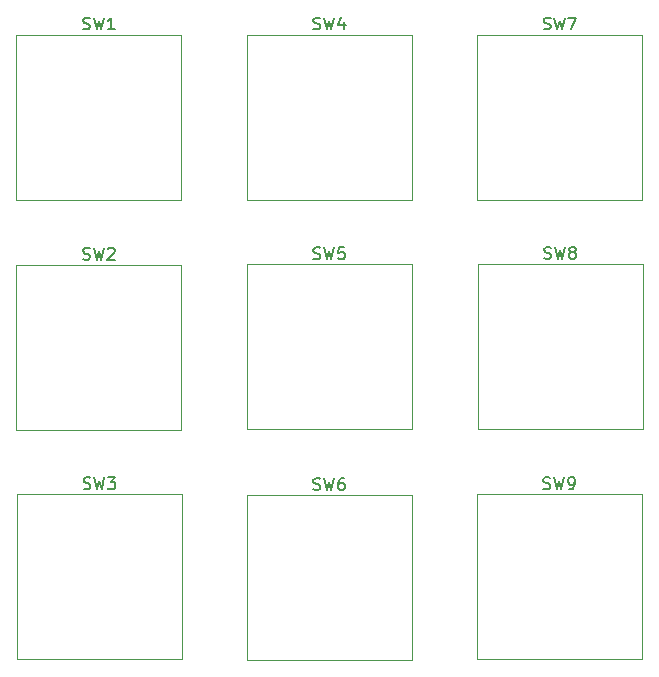
<source format=gbr>
%TF.GenerationSoftware,KiCad,Pcbnew,8.0.6*%
%TF.CreationDate,2024-10-28T02:11:40-04:00*%
%TF.ProjectId,macropad_schematic,6d616372-6f70-4616-945f-736368656d61,rev?*%
%TF.SameCoordinates,Original*%
%TF.FileFunction,Legend,Top*%
%TF.FilePolarity,Positive*%
%FSLAX46Y46*%
G04 Gerber Fmt 4.6, Leading zero omitted, Abs format (unit mm)*
G04 Created by KiCad (PCBNEW 8.0.6) date 2024-10-28 02:11:40*
%MOMM*%
%LPD*%
G01*
G04 APERTURE LIST*
%ADD10C,0.150000*%
%ADD11C,0.120000*%
G04 APERTURE END LIST*
D10*
X111976667Y-104113200D02*
X112119524Y-104160819D01*
X112119524Y-104160819D02*
X112357619Y-104160819D01*
X112357619Y-104160819D02*
X112452857Y-104113200D01*
X112452857Y-104113200D02*
X112500476Y-104065580D01*
X112500476Y-104065580D02*
X112548095Y-103970342D01*
X112548095Y-103970342D02*
X112548095Y-103875104D01*
X112548095Y-103875104D02*
X112500476Y-103779866D01*
X112500476Y-103779866D02*
X112452857Y-103732247D01*
X112452857Y-103732247D02*
X112357619Y-103684628D01*
X112357619Y-103684628D02*
X112167143Y-103637009D01*
X112167143Y-103637009D02*
X112071905Y-103589390D01*
X112071905Y-103589390D02*
X112024286Y-103541771D01*
X112024286Y-103541771D02*
X111976667Y-103446533D01*
X111976667Y-103446533D02*
X111976667Y-103351295D01*
X111976667Y-103351295D02*
X112024286Y-103256057D01*
X112024286Y-103256057D02*
X112071905Y-103208438D01*
X112071905Y-103208438D02*
X112167143Y-103160819D01*
X112167143Y-103160819D02*
X112405238Y-103160819D01*
X112405238Y-103160819D02*
X112548095Y-103208438D01*
X112881429Y-103160819D02*
X113119524Y-104160819D01*
X113119524Y-104160819D02*
X113310000Y-103446533D01*
X113310000Y-103446533D02*
X113500476Y-104160819D01*
X113500476Y-104160819D02*
X113738572Y-103160819D01*
X114548095Y-103160819D02*
X114357619Y-103160819D01*
X114357619Y-103160819D02*
X114262381Y-103208438D01*
X114262381Y-103208438D02*
X114214762Y-103256057D01*
X114214762Y-103256057D02*
X114119524Y-103398914D01*
X114119524Y-103398914D02*
X114071905Y-103589390D01*
X114071905Y-103589390D02*
X114071905Y-103970342D01*
X114071905Y-103970342D02*
X114119524Y-104065580D01*
X114119524Y-104065580D02*
X114167143Y-104113200D01*
X114167143Y-104113200D02*
X114262381Y-104160819D01*
X114262381Y-104160819D02*
X114452857Y-104160819D01*
X114452857Y-104160819D02*
X114548095Y-104113200D01*
X114548095Y-104113200D02*
X114595714Y-104065580D01*
X114595714Y-104065580D02*
X114643333Y-103970342D01*
X114643333Y-103970342D02*
X114643333Y-103732247D01*
X114643333Y-103732247D02*
X114595714Y-103637009D01*
X114595714Y-103637009D02*
X114548095Y-103589390D01*
X114548095Y-103589390D02*
X114452857Y-103541771D01*
X114452857Y-103541771D02*
X114262381Y-103541771D01*
X114262381Y-103541771D02*
X114167143Y-103589390D01*
X114167143Y-103589390D02*
X114119524Y-103637009D01*
X114119524Y-103637009D02*
X114071905Y-103732247D01*
X111976667Y-84573200D02*
X112119524Y-84620819D01*
X112119524Y-84620819D02*
X112357619Y-84620819D01*
X112357619Y-84620819D02*
X112452857Y-84573200D01*
X112452857Y-84573200D02*
X112500476Y-84525580D01*
X112500476Y-84525580D02*
X112548095Y-84430342D01*
X112548095Y-84430342D02*
X112548095Y-84335104D01*
X112548095Y-84335104D02*
X112500476Y-84239866D01*
X112500476Y-84239866D02*
X112452857Y-84192247D01*
X112452857Y-84192247D02*
X112357619Y-84144628D01*
X112357619Y-84144628D02*
X112167143Y-84097009D01*
X112167143Y-84097009D02*
X112071905Y-84049390D01*
X112071905Y-84049390D02*
X112024286Y-84001771D01*
X112024286Y-84001771D02*
X111976667Y-83906533D01*
X111976667Y-83906533D02*
X111976667Y-83811295D01*
X111976667Y-83811295D02*
X112024286Y-83716057D01*
X112024286Y-83716057D02*
X112071905Y-83668438D01*
X112071905Y-83668438D02*
X112167143Y-83620819D01*
X112167143Y-83620819D02*
X112405238Y-83620819D01*
X112405238Y-83620819D02*
X112548095Y-83668438D01*
X112881429Y-83620819D02*
X113119524Y-84620819D01*
X113119524Y-84620819D02*
X113310000Y-83906533D01*
X113310000Y-83906533D02*
X113500476Y-84620819D01*
X113500476Y-84620819D02*
X113738572Y-83620819D01*
X114595714Y-83620819D02*
X114119524Y-83620819D01*
X114119524Y-83620819D02*
X114071905Y-84097009D01*
X114071905Y-84097009D02*
X114119524Y-84049390D01*
X114119524Y-84049390D02*
X114214762Y-84001771D01*
X114214762Y-84001771D02*
X114452857Y-84001771D01*
X114452857Y-84001771D02*
X114548095Y-84049390D01*
X114548095Y-84049390D02*
X114595714Y-84097009D01*
X114595714Y-84097009D02*
X114643333Y-84192247D01*
X114643333Y-84192247D02*
X114643333Y-84430342D01*
X114643333Y-84430342D02*
X114595714Y-84525580D01*
X114595714Y-84525580D02*
X114548095Y-84573200D01*
X114548095Y-84573200D02*
X114452857Y-84620819D01*
X114452857Y-84620819D02*
X114214762Y-84620819D01*
X114214762Y-84620819D02*
X114119524Y-84573200D01*
X114119524Y-84573200D02*
X114071905Y-84525580D01*
X131516667Y-84533200D02*
X131659524Y-84580819D01*
X131659524Y-84580819D02*
X131897619Y-84580819D01*
X131897619Y-84580819D02*
X131992857Y-84533200D01*
X131992857Y-84533200D02*
X132040476Y-84485580D01*
X132040476Y-84485580D02*
X132088095Y-84390342D01*
X132088095Y-84390342D02*
X132088095Y-84295104D01*
X132088095Y-84295104D02*
X132040476Y-84199866D01*
X132040476Y-84199866D02*
X131992857Y-84152247D01*
X131992857Y-84152247D02*
X131897619Y-84104628D01*
X131897619Y-84104628D02*
X131707143Y-84057009D01*
X131707143Y-84057009D02*
X131611905Y-84009390D01*
X131611905Y-84009390D02*
X131564286Y-83961771D01*
X131564286Y-83961771D02*
X131516667Y-83866533D01*
X131516667Y-83866533D02*
X131516667Y-83771295D01*
X131516667Y-83771295D02*
X131564286Y-83676057D01*
X131564286Y-83676057D02*
X131611905Y-83628438D01*
X131611905Y-83628438D02*
X131707143Y-83580819D01*
X131707143Y-83580819D02*
X131945238Y-83580819D01*
X131945238Y-83580819D02*
X132088095Y-83628438D01*
X132421429Y-83580819D02*
X132659524Y-84580819D01*
X132659524Y-84580819D02*
X132850000Y-83866533D01*
X132850000Y-83866533D02*
X133040476Y-84580819D01*
X133040476Y-84580819D02*
X133278572Y-83580819D01*
X133802381Y-84009390D02*
X133707143Y-83961771D01*
X133707143Y-83961771D02*
X133659524Y-83914152D01*
X133659524Y-83914152D02*
X133611905Y-83818914D01*
X133611905Y-83818914D02*
X133611905Y-83771295D01*
X133611905Y-83771295D02*
X133659524Y-83676057D01*
X133659524Y-83676057D02*
X133707143Y-83628438D01*
X133707143Y-83628438D02*
X133802381Y-83580819D01*
X133802381Y-83580819D02*
X133992857Y-83580819D01*
X133992857Y-83580819D02*
X134088095Y-83628438D01*
X134088095Y-83628438D02*
X134135714Y-83676057D01*
X134135714Y-83676057D02*
X134183333Y-83771295D01*
X134183333Y-83771295D02*
X134183333Y-83818914D01*
X134183333Y-83818914D02*
X134135714Y-83914152D01*
X134135714Y-83914152D02*
X134088095Y-83961771D01*
X134088095Y-83961771D02*
X133992857Y-84009390D01*
X133992857Y-84009390D02*
X133802381Y-84009390D01*
X133802381Y-84009390D02*
X133707143Y-84057009D01*
X133707143Y-84057009D02*
X133659524Y-84104628D01*
X133659524Y-84104628D02*
X133611905Y-84199866D01*
X133611905Y-84199866D02*
X133611905Y-84390342D01*
X133611905Y-84390342D02*
X133659524Y-84485580D01*
X133659524Y-84485580D02*
X133707143Y-84533200D01*
X133707143Y-84533200D02*
X133802381Y-84580819D01*
X133802381Y-84580819D02*
X133992857Y-84580819D01*
X133992857Y-84580819D02*
X134088095Y-84533200D01*
X134088095Y-84533200D02*
X134135714Y-84485580D01*
X134135714Y-84485580D02*
X134183333Y-84390342D01*
X134183333Y-84390342D02*
X134183333Y-84199866D01*
X134183333Y-84199866D02*
X134135714Y-84104628D01*
X134135714Y-84104628D02*
X134088095Y-84057009D01*
X134088095Y-84057009D02*
X133992857Y-84009390D01*
X92476667Y-65113200D02*
X92619524Y-65160819D01*
X92619524Y-65160819D02*
X92857619Y-65160819D01*
X92857619Y-65160819D02*
X92952857Y-65113200D01*
X92952857Y-65113200D02*
X93000476Y-65065580D01*
X93000476Y-65065580D02*
X93048095Y-64970342D01*
X93048095Y-64970342D02*
X93048095Y-64875104D01*
X93048095Y-64875104D02*
X93000476Y-64779866D01*
X93000476Y-64779866D02*
X92952857Y-64732247D01*
X92952857Y-64732247D02*
X92857619Y-64684628D01*
X92857619Y-64684628D02*
X92667143Y-64637009D01*
X92667143Y-64637009D02*
X92571905Y-64589390D01*
X92571905Y-64589390D02*
X92524286Y-64541771D01*
X92524286Y-64541771D02*
X92476667Y-64446533D01*
X92476667Y-64446533D02*
X92476667Y-64351295D01*
X92476667Y-64351295D02*
X92524286Y-64256057D01*
X92524286Y-64256057D02*
X92571905Y-64208438D01*
X92571905Y-64208438D02*
X92667143Y-64160819D01*
X92667143Y-64160819D02*
X92905238Y-64160819D01*
X92905238Y-64160819D02*
X93048095Y-64208438D01*
X93381429Y-64160819D02*
X93619524Y-65160819D01*
X93619524Y-65160819D02*
X93810000Y-64446533D01*
X93810000Y-64446533D02*
X94000476Y-65160819D01*
X94000476Y-65160819D02*
X94238572Y-64160819D01*
X95143333Y-65160819D02*
X94571905Y-65160819D01*
X94857619Y-65160819D02*
X94857619Y-64160819D01*
X94857619Y-64160819D02*
X94762381Y-64303676D01*
X94762381Y-64303676D02*
X94667143Y-64398914D01*
X94667143Y-64398914D02*
X94571905Y-64446533D01*
X92476667Y-84613200D02*
X92619524Y-84660819D01*
X92619524Y-84660819D02*
X92857619Y-84660819D01*
X92857619Y-84660819D02*
X92952857Y-84613200D01*
X92952857Y-84613200D02*
X93000476Y-84565580D01*
X93000476Y-84565580D02*
X93048095Y-84470342D01*
X93048095Y-84470342D02*
X93048095Y-84375104D01*
X93048095Y-84375104D02*
X93000476Y-84279866D01*
X93000476Y-84279866D02*
X92952857Y-84232247D01*
X92952857Y-84232247D02*
X92857619Y-84184628D01*
X92857619Y-84184628D02*
X92667143Y-84137009D01*
X92667143Y-84137009D02*
X92571905Y-84089390D01*
X92571905Y-84089390D02*
X92524286Y-84041771D01*
X92524286Y-84041771D02*
X92476667Y-83946533D01*
X92476667Y-83946533D02*
X92476667Y-83851295D01*
X92476667Y-83851295D02*
X92524286Y-83756057D01*
X92524286Y-83756057D02*
X92571905Y-83708438D01*
X92571905Y-83708438D02*
X92667143Y-83660819D01*
X92667143Y-83660819D02*
X92905238Y-83660819D01*
X92905238Y-83660819D02*
X93048095Y-83708438D01*
X93381429Y-83660819D02*
X93619524Y-84660819D01*
X93619524Y-84660819D02*
X93810000Y-83946533D01*
X93810000Y-83946533D02*
X94000476Y-84660819D01*
X94000476Y-84660819D02*
X94238572Y-83660819D01*
X94571905Y-83756057D02*
X94619524Y-83708438D01*
X94619524Y-83708438D02*
X94714762Y-83660819D01*
X94714762Y-83660819D02*
X94952857Y-83660819D01*
X94952857Y-83660819D02*
X95048095Y-83708438D01*
X95048095Y-83708438D02*
X95095714Y-83756057D01*
X95095714Y-83756057D02*
X95143333Y-83851295D01*
X95143333Y-83851295D02*
X95143333Y-83946533D01*
X95143333Y-83946533D02*
X95095714Y-84089390D01*
X95095714Y-84089390D02*
X94524286Y-84660819D01*
X94524286Y-84660819D02*
X95143333Y-84660819D01*
X92516667Y-104033200D02*
X92659524Y-104080819D01*
X92659524Y-104080819D02*
X92897619Y-104080819D01*
X92897619Y-104080819D02*
X92992857Y-104033200D01*
X92992857Y-104033200D02*
X93040476Y-103985580D01*
X93040476Y-103985580D02*
X93088095Y-103890342D01*
X93088095Y-103890342D02*
X93088095Y-103795104D01*
X93088095Y-103795104D02*
X93040476Y-103699866D01*
X93040476Y-103699866D02*
X92992857Y-103652247D01*
X92992857Y-103652247D02*
X92897619Y-103604628D01*
X92897619Y-103604628D02*
X92707143Y-103557009D01*
X92707143Y-103557009D02*
X92611905Y-103509390D01*
X92611905Y-103509390D02*
X92564286Y-103461771D01*
X92564286Y-103461771D02*
X92516667Y-103366533D01*
X92516667Y-103366533D02*
X92516667Y-103271295D01*
X92516667Y-103271295D02*
X92564286Y-103176057D01*
X92564286Y-103176057D02*
X92611905Y-103128438D01*
X92611905Y-103128438D02*
X92707143Y-103080819D01*
X92707143Y-103080819D02*
X92945238Y-103080819D01*
X92945238Y-103080819D02*
X93088095Y-103128438D01*
X93421429Y-103080819D02*
X93659524Y-104080819D01*
X93659524Y-104080819D02*
X93850000Y-103366533D01*
X93850000Y-103366533D02*
X94040476Y-104080819D01*
X94040476Y-104080819D02*
X94278572Y-103080819D01*
X94564286Y-103080819D02*
X95183333Y-103080819D01*
X95183333Y-103080819D02*
X94850000Y-103461771D01*
X94850000Y-103461771D02*
X94992857Y-103461771D01*
X94992857Y-103461771D02*
X95088095Y-103509390D01*
X95088095Y-103509390D02*
X95135714Y-103557009D01*
X95135714Y-103557009D02*
X95183333Y-103652247D01*
X95183333Y-103652247D02*
X95183333Y-103890342D01*
X95183333Y-103890342D02*
X95135714Y-103985580D01*
X95135714Y-103985580D02*
X95088095Y-104033200D01*
X95088095Y-104033200D02*
X94992857Y-104080819D01*
X94992857Y-104080819D02*
X94707143Y-104080819D01*
X94707143Y-104080819D02*
X94611905Y-104033200D01*
X94611905Y-104033200D02*
X94564286Y-103985580D01*
X111976667Y-65113200D02*
X112119524Y-65160819D01*
X112119524Y-65160819D02*
X112357619Y-65160819D01*
X112357619Y-65160819D02*
X112452857Y-65113200D01*
X112452857Y-65113200D02*
X112500476Y-65065580D01*
X112500476Y-65065580D02*
X112548095Y-64970342D01*
X112548095Y-64970342D02*
X112548095Y-64875104D01*
X112548095Y-64875104D02*
X112500476Y-64779866D01*
X112500476Y-64779866D02*
X112452857Y-64732247D01*
X112452857Y-64732247D02*
X112357619Y-64684628D01*
X112357619Y-64684628D02*
X112167143Y-64637009D01*
X112167143Y-64637009D02*
X112071905Y-64589390D01*
X112071905Y-64589390D02*
X112024286Y-64541771D01*
X112024286Y-64541771D02*
X111976667Y-64446533D01*
X111976667Y-64446533D02*
X111976667Y-64351295D01*
X111976667Y-64351295D02*
X112024286Y-64256057D01*
X112024286Y-64256057D02*
X112071905Y-64208438D01*
X112071905Y-64208438D02*
X112167143Y-64160819D01*
X112167143Y-64160819D02*
X112405238Y-64160819D01*
X112405238Y-64160819D02*
X112548095Y-64208438D01*
X112881429Y-64160819D02*
X113119524Y-65160819D01*
X113119524Y-65160819D02*
X113310000Y-64446533D01*
X113310000Y-64446533D02*
X113500476Y-65160819D01*
X113500476Y-65160819D02*
X113738572Y-64160819D01*
X114548095Y-64494152D02*
X114548095Y-65160819D01*
X114310000Y-64113200D02*
X114071905Y-64827485D01*
X114071905Y-64827485D02*
X114690952Y-64827485D01*
X131436667Y-104033200D02*
X131579524Y-104080819D01*
X131579524Y-104080819D02*
X131817619Y-104080819D01*
X131817619Y-104080819D02*
X131912857Y-104033200D01*
X131912857Y-104033200D02*
X131960476Y-103985580D01*
X131960476Y-103985580D02*
X132008095Y-103890342D01*
X132008095Y-103890342D02*
X132008095Y-103795104D01*
X132008095Y-103795104D02*
X131960476Y-103699866D01*
X131960476Y-103699866D02*
X131912857Y-103652247D01*
X131912857Y-103652247D02*
X131817619Y-103604628D01*
X131817619Y-103604628D02*
X131627143Y-103557009D01*
X131627143Y-103557009D02*
X131531905Y-103509390D01*
X131531905Y-103509390D02*
X131484286Y-103461771D01*
X131484286Y-103461771D02*
X131436667Y-103366533D01*
X131436667Y-103366533D02*
X131436667Y-103271295D01*
X131436667Y-103271295D02*
X131484286Y-103176057D01*
X131484286Y-103176057D02*
X131531905Y-103128438D01*
X131531905Y-103128438D02*
X131627143Y-103080819D01*
X131627143Y-103080819D02*
X131865238Y-103080819D01*
X131865238Y-103080819D02*
X132008095Y-103128438D01*
X132341429Y-103080819D02*
X132579524Y-104080819D01*
X132579524Y-104080819D02*
X132770000Y-103366533D01*
X132770000Y-103366533D02*
X132960476Y-104080819D01*
X132960476Y-104080819D02*
X133198572Y-103080819D01*
X133627143Y-104080819D02*
X133817619Y-104080819D01*
X133817619Y-104080819D02*
X133912857Y-104033200D01*
X133912857Y-104033200D02*
X133960476Y-103985580D01*
X133960476Y-103985580D02*
X134055714Y-103842723D01*
X134055714Y-103842723D02*
X134103333Y-103652247D01*
X134103333Y-103652247D02*
X134103333Y-103271295D01*
X134103333Y-103271295D02*
X134055714Y-103176057D01*
X134055714Y-103176057D02*
X134008095Y-103128438D01*
X134008095Y-103128438D02*
X133912857Y-103080819D01*
X133912857Y-103080819D02*
X133722381Y-103080819D01*
X133722381Y-103080819D02*
X133627143Y-103128438D01*
X133627143Y-103128438D02*
X133579524Y-103176057D01*
X133579524Y-103176057D02*
X133531905Y-103271295D01*
X133531905Y-103271295D02*
X133531905Y-103509390D01*
X133531905Y-103509390D02*
X133579524Y-103604628D01*
X133579524Y-103604628D02*
X133627143Y-103652247D01*
X133627143Y-103652247D02*
X133722381Y-103699866D01*
X133722381Y-103699866D02*
X133912857Y-103699866D01*
X133912857Y-103699866D02*
X134008095Y-103652247D01*
X134008095Y-103652247D02*
X134055714Y-103604628D01*
X134055714Y-103604628D02*
X134103333Y-103509390D01*
X131476667Y-65113200D02*
X131619524Y-65160819D01*
X131619524Y-65160819D02*
X131857619Y-65160819D01*
X131857619Y-65160819D02*
X131952857Y-65113200D01*
X131952857Y-65113200D02*
X132000476Y-65065580D01*
X132000476Y-65065580D02*
X132048095Y-64970342D01*
X132048095Y-64970342D02*
X132048095Y-64875104D01*
X132048095Y-64875104D02*
X132000476Y-64779866D01*
X132000476Y-64779866D02*
X131952857Y-64732247D01*
X131952857Y-64732247D02*
X131857619Y-64684628D01*
X131857619Y-64684628D02*
X131667143Y-64637009D01*
X131667143Y-64637009D02*
X131571905Y-64589390D01*
X131571905Y-64589390D02*
X131524286Y-64541771D01*
X131524286Y-64541771D02*
X131476667Y-64446533D01*
X131476667Y-64446533D02*
X131476667Y-64351295D01*
X131476667Y-64351295D02*
X131524286Y-64256057D01*
X131524286Y-64256057D02*
X131571905Y-64208438D01*
X131571905Y-64208438D02*
X131667143Y-64160819D01*
X131667143Y-64160819D02*
X131905238Y-64160819D01*
X131905238Y-64160819D02*
X132048095Y-64208438D01*
X132381429Y-64160819D02*
X132619524Y-65160819D01*
X132619524Y-65160819D02*
X132810000Y-64446533D01*
X132810000Y-64446533D02*
X133000476Y-65160819D01*
X133000476Y-65160819D02*
X133238572Y-64160819D01*
X133524286Y-64160819D02*
X134190952Y-64160819D01*
X134190952Y-64160819D02*
X133762381Y-65160819D01*
D11*
%TO.C,SW6*%
X106325000Y-104595000D02*
X120295000Y-104595000D01*
X106325000Y-118565000D02*
X106325000Y-104595000D01*
X120295000Y-104595000D02*
X120295000Y-118565000D01*
X120295000Y-118565000D02*
X106325000Y-118565000D01*
%TO.C,SW5*%
X106325000Y-85055000D02*
X120295000Y-85055000D01*
X106325000Y-99025000D02*
X106325000Y-85055000D01*
X120295000Y-85055000D02*
X120295000Y-99025000D01*
X120295000Y-99025000D02*
X106325000Y-99025000D01*
%TO.C,SW8*%
X125865000Y-85015000D02*
X139835000Y-85015000D01*
X125865000Y-98985000D02*
X125865000Y-85015000D01*
X139835000Y-85015000D02*
X139835000Y-98985000D01*
X139835000Y-98985000D02*
X125865000Y-98985000D01*
%TO.C,SW1*%
X86825000Y-65595000D02*
X100795000Y-65595000D01*
X86825000Y-79565000D02*
X86825000Y-65595000D01*
X100795000Y-65595000D02*
X100795000Y-79565000D01*
X100795000Y-79565000D02*
X86825000Y-79565000D01*
%TO.C,SW2*%
X86825000Y-85095000D02*
X100795000Y-85095000D01*
X86825000Y-99065000D02*
X86825000Y-85095000D01*
X100795000Y-85095000D02*
X100795000Y-99065000D01*
X100795000Y-99065000D02*
X86825000Y-99065000D01*
%TO.C,SW3*%
X86865000Y-104515000D02*
X100835000Y-104515000D01*
X86865000Y-118485000D02*
X86865000Y-104515000D01*
X100835000Y-104515000D02*
X100835000Y-118485000D01*
X100835000Y-118485000D02*
X86865000Y-118485000D01*
%TO.C,SW4*%
X106325000Y-65595000D02*
X120295000Y-65595000D01*
X106325000Y-79565000D02*
X106325000Y-65595000D01*
X120295000Y-65595000D02*
X120295000Y-79565000D01*
X120295000Y-79565000D02*
X106325000Y-79565000D01*
%TO.C,SW9*%
X125785000Y-104515000D02*
X139755000Y-104515000D01*
X125785000Y-118485000D02*
X125785000Y-104515000D01*
X139755000Y-104515000D02*
X139755000Y-118485000D01*
X139755000Y-118485000D02*
X125785000Y-118485000D01*
%TO.C,SW7*%
X125825000Y-65595000D02*
X139795000Y-65595000D01*
X125825000Y-79565000D02*
X125825000Y-65595000D01*
X139795000Y-65595000D02*
X139795000Y-79565000D01*
X139795000Y-79565000D02*
X125825000Y-79565000D01*
%TD*%
M02*

</source>
